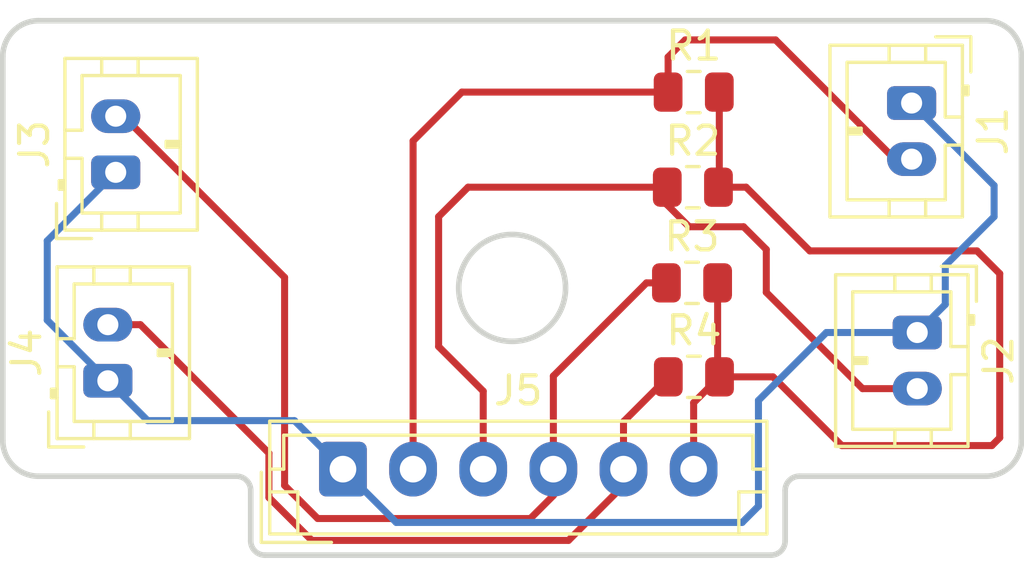
<source format=kicad_pcb>
(kicad_pcb (version 20211014) (generator pcbnew)
  (layers (0 "F.Cu" signal) (31 "B.Cu" signal) (34 "B.Paste" user) (35 "F.Paste" user) (36 "B.SilkS" user "B.Silkscreen") (37 "F.SilkS" user "F.Silkscreen") (38 "B.Mask" user) (39 "F.Mask" user) (44 "Edge.Cuts" user))
  (net 0 "")
  (net 1 "+5V")
  (net 2 "Net-(J1-Pad2)")
  (net 3 "2")
  (net 4 "3")
  (net 5 "4")
  (net 6 "GND")
  (footprint "Connector_JST:JST_PH_B2B-PH-K_1x02_P2.00mm_Vertical" (layer "F.Cu") (at 127.1 98.11 90)
    (fp_text reference "J3" (at 1 -2.9 90) (layer "F.SilkS"))
    (fp_text value "Conn_01x02")
    (fp_line (start -2.06 2.91) (end 4.06 2.91) (layer "F.SilkS") (width 0.12))
    (fp_line (start -2.06 -0.5) (end -1.45 -0.5) (layer "F.SilkS") (width 0.12))
    (fp_line (start 1.5 -1.2) (end 1.5 -1.81) (layer "F.SilkS") (width 0.12))
    (fp_line (start -0.3 -1.81) (end -0.3 -2.01) (layer "F.SilkS") (width 0.12))
    (fp_line (start -1.45 2.3) (end 3.45 2.3) (layer "F.SilkS") (width 0.12))
    (fp_line (start -0.3 -1.91) (end -0.6 -1.91) (layer "F.SilkS") (width 0.12))
    (fp_line (start -2.06 -1.81) (end -2.06 2.91) (layer "F.SilkS") (width 0.12))
    (fp_line (start 1.1 1.8) (end 1.1 2.3) (layer "F.SilkS") (width 0.12))
    (fp_line (start -1.11 -2.11) (end -2.36 -2.11) (layer "F.SilkS") (width 0.12))
    (fp_line (start 0.9 2.3) (end 0.9 1.8) (layer "F.SilkS") (width 0.12))
    (fp_line (start 4.06 -1.81) (end -2.06 -1.81) (layer "F.SilkS") (width 0.12))
    (fp_line (start -0.3 -2.01) (end -0.6 -2.01) (layer "F.SilkS") (width 0.12))
    (fp_line (start 0.5 -1.81) (end 0.5 -1.2) (layer "F.SilkS") (width 0.12))
    (fp_line (start 4.06 2.91) (end 4.06 -1.81) (layer "F.SilkS") (width 0.12))
    (fp_line (start 4.06 -0.5) (end 3.45 -0.5) (layer "F.SilkS") (width 0.12))
    (fp_line (start -0.6 -2.01) (end -0.6 -1.81) (layer "F.SilkS") (width 0.12))
    (fp_line (start 3.45 2.3) (end 3.45 -1.2) (layer "F.SilkS") (width 0.12))
    (fp_line (start 3.45 -1.2) (end 1.5 -1.2) (layer "F.SilkS") (width 0.12))
    (fp_line (start -1.45 -1.2) (end -1.45 2.3) (layer "F.SilkS") (width 0.12))
    (fp_line (start 1 2.3) (end 1 1.8) (layer "F.SilkS") (width 0.12))
    (fp_line (start 0.9 1.8) (end 1.1 1.8) (layer "F.SilkS") (width 0.12))
    (fp_line (start -2.36 -2.11) (end -2.36 -0.86) (layer "F.SilkS") (width 0.12))
    (fp_line (start 4.06 0.8) (end 3.45 0.8) (layer "F.SilkS") (width 0.12))
    (fp_line (start 0.5 -1.2) (end -1.45 -1.2) (layer "F.SilkS") (width 0.12))
    (fp_line (start -2.06 0.8) (end -1.45 0.8) (layer "F.SilkS") (width 0.12))
    (pad "1" thru_hole roundrect (at 0 0 90) (size 1.2 1.75) (drill 0.75) (layers *.Cu *.Mask) (roundrect_rratio 0.2083333333) (net 1 "+5V"))
    (pad "2" thru_hole oval (at 2 0 90) (size 1.2 1.75) (drill 0.75) (layers *.Cu *.Mask) (net 4 "3"))
  )
  (footprint "Connector_JST:JST_EH_B6B-EH-A_1x06_P2.50mm_Vertical" (layer "F.Cu") (at 135.2 108.69)
    (fp_text reference "J5" (at 6.25 -2.8) (layer "F.SilkS"))
    (fp_text value "Conn_01x06")
    (fp_line (start -2.61 2.31) (end 15.11 2.31) (layer "F.SilkS") (width 0.12))
    (fp_line (start 15.11 -1.71) (end -2.61 -1.71) (layer "F.SilkS") (width 0.12))
    (fp_line (start -1.61 0.81) (end -1.61 2.31) (layer "F.SilkS") (width 0.12))
    (fp_line (start -2.11 -1.21) (end 14.61 -1.21) (layer "F.SilkS") (width 0.12))
    (fp_line (start -2.91 2.61) (end -0.41 2.61) (layer "F.SilkS") (width 0.12))
    (fp_line (start 15.11 2.31) (end 15.11 -1.71) (layer "F.SilkS") (width 0.12))
    (fp_line (start -2.11 0) (end -2.11 -1.21) (layer "F.SilkS") (width 0.12))
    (fp_line (start 14.61 0) (end 15.11 0) (layer "F.SilkS") (width 0.12))
    (fp_line (start -2.61 0.81) (end -1.61 0.81) (layer "F.SilkS") (width 0.12))
    (fp_line (start 14.11 0.81) (end 14.11 2.31) (layer "F.SilkS") (width 0.12))
    (fp_line (start -2.61 -1.71) (end -2.61 2.31) (layer "F.SilkS") (width 0.12))
    (fp_line (start 14.61 -1.21) (end 14.61 0) (layer "F.SilkS") (width 0.12))
    (fp_line (start -2.91 0.11) (end -2.91 2.61) (layer "F.SilkS") (width 0.12))
    (fp_line (start -2.61 0) (end -2.11 0) (layer "F.SilkS") (width 0.12))
    (fp_line (start 15.11 0.81) (end 14.11 0.81) (layer "F.SilkS") (width 0.12))
    (pad "1" thru_hole roundrect (at 0 0) (size 1.7 1.95) (drill 0.95) (layers *.Cu *.Mask) (roundrect_rratio 0.1470588235) (net 1 "+5V"))
    (pad "2" thru_hole oval (at 2.5 0) (size 1.7 1.95) (drill 0.95) (layers *.Cu *.Mask) (net 2 "Net-(J1-Pad2)"))
    (pad "3" thru_hole oval (at 5 0) (size 1.7 1.95) (drill 0.95) (layers *.Cu *.Mask) (net 3 "2"))
    (pad "4" thru_hole oval (at 7.5 0) (size 1.7 1.95) (drill 0.95) (layers *.Cu *.Mask) (net 4 "3"))
    (pad "5" thru_hole oval (at 10 0) (size 1.7 1.95) (drill 0.95) (layers *.Cu *.Mask) (net 5 "4"))
    (pad "6" thru_hole oval (at 12.5 0) (size 1.7 1.95) (drill 0.95) (layers *.Cu *.Mask) (net 6 "GND"))
  )
  (footprint "Resistor_SMD:R_0805_2012Metric" (layer "F.Cu") (at 147.71 105.4)
    (fp_text reference "R4" (at 0 -1.65) (layer "F.SilkS"))
    (fp_text value "10k")
    (fp_line (start -0.227064 -0.735) (end 0.227064 -0.735) (layer "F.SilkS") (width 0.12))
    (fp_line (start -0.227064 0.735) (end 0.227064 0.735) (layer "F.SilkS") (width 0.12))
    (pad "1" smd roundrect (at -0.9125 0) (size 1.025 1.4) (layers "F.Cu" "F.Paste" "F.Mask") (roundrect_rratio 0.243902439) (net 5 "4"))
    (pad "2" smd roundrect (at 0.9125 0) (size 1.025 1.4) (layers "F.Cu" "F.Paste" "F.Mask") (roundrect_rratio 0.243902439) (net 6 "GND"))
  )
  (footprint "Connector_JST:JST_PH_B2B-PH-K_1x02_P2.00mm_Vertical" (layer "F.Cu") (at 155.47 95.64 -90)
    (fp_text reference "J1" (at 1 -2.9 90) (layer "F.SilkS"))
    (fp_text value "Conn_01x02")
    (fp_line (start -1.11 -2.11) (end -2.36 -2.11) (layer "F.SilkS") (width 0.12))
    (fp_line (start 4.06 -1.81) (end -2.06 -1.81) (layer "F.SilkS") (width 0.12))
    (fp_line (start -0.3 -1.91) (end -0.6 -1.91) (layer "F.SilkS") (width 0.12))
    (fp_line (start 0.5 -1.81) (end 0.5 -1.2) (layer "F.SilkS") (width 0.12))
    (fp_line (start -0.6 -2.01) (end -0.6 -1.81) (layer "F.SilkS") (width 0.12))
    (fp_line (start 1.5 -1.2) (end 1.5 -1.81) (layer "F.SilkS") (width 0.12))
    (fp_line (start 4.06 0.8) (end 3.45 0.8) (layer "F.SilkS") (width 0.12))
    (fp_line (start -1.45 -1.2) (end -1.45 2.3) (layer "F.SilkS") (width 0.12))
    (fp_line (start 1 2.3) (end 1 1.8) (layer "F.SilkS") (width 0.12))
    (fp_line (start -2.06 -1.81) (end -2.06 2.91) (layer "F.SilkS") (width 0.12))
    (fp_line (start -0.3 -2.01) (end -0.6 -2.01) (layer "F.SilkS") (width 0.12))
    (fp_line (start 0.9 1.8) (end 1.1 1.8) (layer "F.SilkS") (width 0.12))
    (fp_line (start -2.06 2.91) (end 4.06 2.91) (layer "F.SilkS") (width 0.12))
    (fp_line (start 4.06 -0.5) (end 3.45 -0.5) (layer "F.SilkS") (width 0.12))
    (fp_line (start 0.9 2.3) (end 0.9 1.8) (layer "F.SilkS") (width 0.12))
    (fp_line (start 4.06 2.91) (end 4.06 -1.81) (layer "F.SilkS") (width 0.12))
    (fp_line (start 0.5 -1.2) (end -1.45 -1.2) (layer "F.SilkS") (width 0.12))
    (fp_line (start 3.45 -1.2) (end 1.5 -1.2) (layer "F.SilkS") (width 0.12))
    (fp_line (start -1.45 2.3) (end 3.45 2.3) (layer "F.SilkS") (width 0.12))
    (fp_line (start -2.36 -2.11) (end -2.36 -0.86) (layer "F.SilkS") (width 0.12))
    (fp_line (start -0.3 -1.81) (end -0.3 -2.01) (layer "F.SilkS") (width 0.12))
    (fp_line (start 1.1 1.8) (end 1.1 2.3) (layer "F.SilkS") (width 0.12))
    (fp_line (start 3.45 2.3) (end 3.45 -1.2) (layer "F.SilkS") (width 0.12))
    (fp_line (start -2.06 -0.5) (end -1.45 -0.5) (layer "F.SilkS") (width 0.12))
    (fp_line (start -2.06 0.8) (end -1.45 0.8) (layer "F.SilkS") (width 0.12))
    (pad "1" thru_hole roundrect (at 0 0 270) (size 1.2 1.75) (drill 0.75) (layers *.Cu *.Mask) (roundrect_rratio 0.2083333333) (net 1 "+5V"))
    (pad "2" thru_hole oval (at 2 0 270) (size 1.2 1.75) (drill 0.75) (layers *.Cu *.Mask) (net 2 "Net-(J1-Pad2)"))
  )
  (footprint "Connector_JST:JST_PH_B2B-PH-K_1x02_P2.00mm_Vertical" (layer "F.Cu") (at 155.67 103.82 -90)
    (fp_text reference "J2" (at 1 -2.9 90) (layer "F.SilkS"))
    (fp_text value "Conn_01x02")
    (fp_line (start -2.06 -1.81) (end -2.06 2.91) (layer "F.SilkS") (width 0.12))
    (fp_line (start 4.06 -0.5) (end 3.45 -0.5) (layer "F.SilkS") (width 0.12))
    (fp_line (start 0.9 2.3) (end 0.9 1.8) (layer "F.SilkS") (width 0.12))
    (fp_line (start -0.6 -2.01) (end -0.6 -1.81) (layer "F.SilkS") (width 0.12))
    (fp_line (start 1.5 -1.2) (end 1.5 -1.81) (layer "F.SilkS") (width 0.12))
    (fp_line (start -0.3 -1.91) (end -0.6 -1.91) (layer "F.SilkS") (width 0.12))
    (fp_line (start 0.9 1.8) (end 1.1 1.8) (layer "F.SilkS") (width 0.12))
    (fp_line (start 0.5 -1.2) (end -1.45 -1.2) (layer "F.SilkS") (width 0.12))
    (fp_line (start 4.06 2.91) (end 4.06 -1.81) (layer "F.SilkS") (width 0.12))
    (fp_line (start -1.45 -1.2) (end -1.45 2.3) (layer "F.SilkS") (width 0.12))
    (fp_line (start -2.36 -2.11) (end -2.36 -0.86) (layer "F.SilkS") (width 0.12))
    (fp_line (start 3.45 2.3) (end 3.45 -1.2) (layer "F.SilkS") (width 0.12))
    (fp_line (start -2.06 -0.5) (end -1.45 -0.5) (layer "F.SilkS") (width 0.12))
    (fp_line (start -2.06 0.8) (end -1.45 0.8) (layer "F.SilkS") (width 0.12))
    (fp_line (start -0.3 -2.01) (end -0.6 -2.01) (layer "F.SilkS") (width 0.12))
    (fp_line (start 0.5 -1.81) (end 0.5 -1.2) (layer "F.SilkS") (width 0.12))
    (fp_line (start 4.06 -1.81) (end -2.06 -1.81) (layer "F.SilkS") (width 0.12))
    (fp_line (start -1.11 -2.11) (end -2.36 -2.11) (layer "F.SilkS") (width 0.12))
    (fp_line (start 1.1 1.8) (end 1.1 2.3) (layer "F.SilkS") (width 0.12))
    (fp_line (start 3.45 -1.2) (end 1.5 -1.2) (layer "F.SilkS") (width 0.12))
    (fp_line (start 4.06 0.8) (end 3.45 0.8) (layer "F.SilkS") (width 0.12))
    (fp_line (start 1 2.3) (end 1 1.8) (layer "F.SilkS") (width 0.12))
    (fp_line (start -1.45 2.3) (end 3.45 2.3) (layer "F.SilkS") (width 0.12))
    (fp_line (start -0.3 -1.81) (end -0.3 -2.01) (layer "F.SilkS") (width 0.12))
    (fp_line (start -2.06 2.91) (end 4.06 2.91) (layer "F.SilkS") (width 0.12))
    (pad "1" thru_hole roundrect (at 0 0 270) (size 1.2 1.75) (drill 0.75) (layers *.Cu *.Mask) (roundrect_rratio 0.2083333333) (net 1 "+5V"))
    (pad "2" thru_hole oval (at 2 0 270) (size 1.2 1.75) (drill 0.75) (layers *.Cu *.Mask) (net 3 "2"))
  )
  (footprint "Resistor_SMD:R_0805_2012Metric" (layer "F.Cu") (at 147.6725 98.64)
    (fp_text reference "R2" (at 0 -1.65) (layer "F.SilkS"))
    (fp_text value "10k")
    (fp_line (start -0.227064 -0.735) (end 0.227064 -0.735) (layer "F.SilkS") (width 0.12))
    (fp_line (start -0.227064 0.735) (end 0.227064 0.735) (layer "F.SilkS") (width 0.12))
    (pad "1" smd roundrect (at -0.9125 0) (size 1.025 1.4) (layers "F.Cu" "F.Paste" "F.Mask") (roundrect_rratio 0.243902439) (net 3 "2"))
    (pad "2" smd roundrect (at 0.9125 0) (size 1.025 1.4) (layers "F.Cu" "F.Paste" "F.Mask") (roundrect_rratio 0.243902439) (net 6 "GND"))
  )
  (footprint "Resistor_SMD:R_0805_2012Metric" (layer "F.Cu") (at 147.6425 102.05)
    (fp_text reference "R3" (at 0 -1.65) (layer "F.SilkS"))
    (fp_text value "10k")
    (fp_line (start -0.227064 0.735) (end 0.227064 0.735) (layer "F.SilkS") (width 0.12))
    (fp_line (start -0.227064 -0.735) (end 0.227064 -0.735) (layer "F.SilkS") (width 0.12))
    (pad "1" smd roundrect (at -0.9125 0) (size 1.025 1.4) (layers "F.Cu" "F.Paste" "F.Mask") (roundrect_rratio 0.243902439) (net 4 "3"))
    (pad "2" smd roundrect (at 0.9125 0) (size 1.025 1.4) (layers "F.Cu" "F.Paste" "F.Mask") (roundrect_rratio 0.243902439) (net 6 "GND"))
  )
  (footprint "Connector_JST:JST_PH_B2B-PH-K_1x02_P2.00mm_Vertical" (layer "F.Cu") (at 126.82 105.54 90)
    (fp_text reference "J4" (at 1 -2.9 90) (layer "F.SilkS"))
    (fp_text value "Conn_01x02")
    (fp_line (start -2.36 -2.11) (end -2.36 -0.86) (layer "F.SilkS") (width 0.12))
    (fp_line (start -1.11 -2.11) (end -2.36 -2.11) (layer "F.SilkS") (width 0.12))
    (fp_line (start 0.5 -1.2) (end -1.45 -1.2) (layer "F.SilkS") (width 0.12))
    (fp_line (start 1.1 1.8) (end 1.1 2.3) (layer "F.SilkS") (width 0.12))
    (fp_line (start -0.6 -2.01) (end -0.6 -1.81) (layer "F.SilkS") (width 0.12))
    (fp_line (start -0.3 -2.01) (end -0.6 -2.01) (layer "F.SilkS") (width 0.12))
    (fp_line (start -1.45 -1.2) (end -1.45 2.3) (layer "F.SilkS") (width 0.12))
    (fp_line (start 3.45 2.3) (end 3.45 -1.2) (layer "F.SilkS") (width 0.12))
    (fp_line (start 1 2.3) (end 1 1.8) (layer "F.SilkS") (width 0.12))
    (fp_line (start -1.45 2.3) (end 3.45 2.3) (layer "F.SilkS") (width 0.12))
    (fp_line (start 4.06 2.91) (end 4.06 -1.81) (layer "F.SilkS") (width 0.12))
    (fp_line (start 4.06 0.8) (end 3.45 0.8) (layer "F.SilkS") (width 0.12))
    (fp_line (start -2.06 -0.5) (end -1.45 -0.5) (layer "F.SilkS") (width 0.12))
    (fp_line (start -2.06 0.8) (end -1.45 0.8) (layer "F.SilkS") (width 0.12))
    (fp_line (start 4.06 -0.5) (end 3.45 -0.5) (layer "F.SilkS") (width 0.12))
    (fp_line (start 3.45 -1.2) (end 1.5 -1.2) (layer "F.SilkS") (width 0.12))
    (fp_line (start 0.9 1.8) (end 1.1 1.8) (layer "F.SilkS") (width 0.12))
    (fp_line (start -2.06 2.91) (end 4.06 2.91) (layer "F.SilkS") (width 0.12))
    (fp_line (start -2.06 -1.81) (end -2.06 2.91) (layer "F.SilkS") (width 0.12))
    (fp_line (start 4.06 -1.81) (end -2.06 -1.81) (layer "F.SilkS") (width 0.12))
    (fp_line (start -0.3 -1.81) (end -0.3 -2.01) (layer "F.SilkS") (width 0.12))
    (fp_line (start -0.3 -1.91) (end -0.6 -1.91) (layer "F.SilkS") (width 0.12))
    (fp_line (start 0.9 2.3) (end 0.9 1.8) (layer "F.SilkS") (width 0.12))
    (fp_line (start 1.5 -1.2) (end 1.5 -1.81) (layer "F.SilkS") (width 0.12))
    (fp_line (start 0.5 -1.81) (end 0.5 -1.2) (layer "F.SilkS") (width 0.12))
    (pad "1" thru_hole roundrect (at 0 0 90) (size 1.2 1.75) (drill 0.75) (layers *.Cu *.Mask) (roundrect_rratio 0.2083333333) (net 1 "+5V"))
    (pad "2" thru_hole oval (at 2 0 90) (size 1.2 1.75) (drill 0.75) (layers *.Cu *.Mask) (net 5 "4"))
  )
  (footprint "Resistor_SMD:R_0805_2012Metric" (layer "F.Cu") (at 147.7025 95.25)
    (fp_text reference "R1" (at 0 -1.65) (layer "F.SilkS"))
    (fp_text value "10k")
    (fp_line (start -0.227064 -0.735) (end 0.227064 -0.735) (layer "F.SilkS") (width 0.12))
    (fp_line (start -0.227064 0.735) (end 0.227064 0.735) (layer "F.SilkS") (width 0.12))
    (pad "1" smd roundrect (at -0.9125 0) (size 1.025 1.4) (layers "F.Cu" "F.Paste" "F.Mask") (roundrect_rratio 0.243902439) (net 2 "Net-(J1-Pad2)"))
    (pad "2" smd roundrect (at 0.9125 0) (size 1.025 1.4) (layers "F.Cu" "F.Paste" "F.Mask") (roundrect_rratio 0.243902439) (net 6 "GND"))
  )
  (gr_arc (start 150.962009 111.247) (mid 150.81322 111.606211) (end 150.454009 111.755) (layer "Edge.Cuts") (width 0.2))
  (gr_line (start 158.114319 92.705) (end 124.345681 92.705) (layer "Edge.Cuts") (width 0.2))
  (gr_line (start 151.470009 108.94117) (end 158.114319 108.94117) (layer "Edge.Cuts") (width 0.2))
  (gr_circle (center 141.23 102.23) (end 143.135 102.23) (layer "Edge.Cuts") (width 0.2) (fill none))
  (gr_arc (start 158.114319 92.705) (mid 159.012345 93.076974) (end 159.384319 93.975) (layer "Edge.Cuts") (width 0.2))
  (gr_line (start 150.962009 111.247) (end 150.962009 109.44917) (layer "Edge.Cuts") (width 0.2))
  (gr_arc (start 131.404009 108.94117) (mid 131.76322 109.089959) (end 131.912009 109.44917) (layer "Edge.Cuts") (width 0.2))
  (gr_line (start 132.420009 111.755) (end 150.454009 111.755) (layer "Edge.Cuts") (width 0.2))
  (gr_arc (start 123.075681 93.975) (mid 123.447655 93.076974) (end 124.345681 92.705) (layer "Edge.Cuts") (width 0.2))
  (gr_arc (start 159.384319 107.67117) (mid 159.012345 108.569196) (end 158.114319 108.94117) (layer "Edge.Cuts") (width 0.2))
  (gr_arc (start 150.962009 109.44917) (mid 151.110798 109.089959) (end 151.470009 108.94117) (layer "Edge.Cuts") (width 0.2))
  (gr_line (start 131.912009 109.44917) (end 131.912009 111.247) (layer "Edge.Cuts") (width 0.2))
  (gr_arc (start 124.345681 108.94117) (mid 123.447655 108.569196) (end 123.075681 107.67117) (layer "Edge.Cuts") (width 0.2))
  (gr_line (start 123.075681 93.975) (end 123.075681 107.67117) (layer "Edge.Cuts") (width 0.2))
  (gr_line (start 124.345681 108.94117) (end 131.404009 108.94117) (layer "Edge.Cuts") (width 0.2))
  (gr_arc (start 132.420009 111.755) (mid 132.060799 111.60621) (end 131.912009 111.247) (layer "Edge.Cuts") (width 0.2))
  (gr_line (start 159.384319 107.67117) (end 159.384319 93.975) (layer "Edge.Cuts") (width 0.2))
  (segment (start 124.66 103.38) (end 126.82 105.54) (width 0.25) (layer "B.Cu") (net 1))
  (segment (start 150.01 110.01) (end 150.01 106.24) (width 0.25) (layer "B.Cu") (net 1))
  (segment (start 128.24 106.96) (end 126.82 105.54) (width 0.25) (layer "B.Cu") (net 1))
  (segment (start 135.2 108.69) (end 133.47 106.96) (width 0.25) (layer "B.Cu") (net 1))
  (segment (start 152.43 103.82) (end 155.67 103.82) (width 0.25) (layer "B.Cu") (net 1))
  (segment (start 124.66 100.55) (end 124.66 103.38) (width 0.25) (layer "B.Cu") (net 1))
  (segment (start 135.2 108.69) (end 137.1 110.59) (width 0.25) (layer "B.Cu") (net 1))
  (segment (start 133.47 106.96) (end 128.24 106.96) (width 0.25) (layer "B.Cu") (net 1))
  (segment (start 158.41 99.69) (end 158.41 98.58) (width 0.25) (layer "B.Cu") (net 1))
  (segment (start 158.41 98.58) (end 155.47 95.64) (width 0.25) (layer "B.Cu") (net 1))
  (segment (start 137.1 110.59) (end 149.43 110.59) (width 0.25) (layer "B.Cu") (net 1))
  (segment (start 156.67 102.82) (end 156.67 101.43) (width 0.25) (layer "B.Cu") (net 1))
  (segment (start 150.01 106.24) (end 152.43 103.82) (width 0.25) (layer "B.Cu") (net 1))
  (segment (start 149.43 110.59) (end 150.01 110.01) (width 0.25) (layer "B.Cu") (net 1))
  (segment (start 156.67 101.43) (end 158.41 99.69) (width 0.25) (layer "B.Cu") (net 1))
  (segment (start 155.67 103.82) (end 156.67 102.82) (width 0.25) (layer "B.Cu") (net 1))
  (segment (start 127.1 98.11) (end 124.66 100.55) (width 0.25) (layer "B.Cu") (net 1))
  (segment (start 155.47 97.64) (end 154.87 97.64) (width 0.25) (layer "F.Cu") (net 2))
  (segment (start 147.4 93.39) (end 146.79 94) (width 0.25) (layer "F.Cu") (net 2))
  (segment (start 137.7 96.99) (end 139.44 95.25) (width 0.25) (layer "F.Cu") (net 2))
  (segment (start 139.44 95.25) (end 146.79 95.25) (width 0.25) (layer "F.Cu") (net 2))
  (segment (start 137.7 108.69) (end 137.7 96.99) (width 0.25) (layer "F.Cu") (net 2))
  (segment (start 154.87 97.64) (end 150.62 93.39) (width 0.25) (layer "F.Cu") (net 2))
  (segment (start 146.79 94) (end 146.79 95.25) (width 0.25) (layer "F.Cu") (net 2))
  (segment (start 150.62 93.39) (end 147.4 93.39) (width 0.25) (layer "F.Cu") (net 2))
  (segment (start 149.48 100.05) (end 147.54 100.05) (width 0.25) (layer "F.Cu") (net 3))
  (segment (start 155.67 105.82) (end 153.72 105.82) (width 0.25) (layer "F.Cu") (net 3))
  (segment (start 140.2 108.69) (end 140.2 105.91) (width 0.25) (layer "F.Cu") (net 3))
  (segment (start 139.66 98.64) (end 146.76 98.64) (width 0.25) (layer "F.Cu") (net 3))
  (segment (start 150.29 100.86) (end 149.48 100.05) (width 0.25) (layer "F.Cu") (net 3))
  (segment (start 153.72 105.82) (end 150.29 102.39) (width 0.25) (layer "F.Cu") (net 3))
  (segment (start 147.54 100.05) (end 146.76 99.27) (width 0.25) (layer "F.Cu") (net 3))
  (segment (start 140.2 105.91) (end 138.61 104.32) (width 0.25) (layer "F.Cu") (net 3))
  (segment (start 138.61 99.69) (end 139.66 98.64) (width 0.25) (layer "F.Cu") (net 3))
  (segment (start 150.29 102.39) (end 150.29 100.86) (width 0.25) (layer "F.Cu") (net 3))
  (segment (start 138.61 104.32) (end 138.61 99.69) (width 0.25) (layer "F.Cu") (net 3))
  (segment (start 146.76 99.27) (end 146.76 98.64) (width 0.25) (layer "F.Cu") (net 3))
  (segment (start 142.7 108.69) (end 142.7 105.37) (width 0.25) (layer "F.Cu") (net 4))
  (segment (start 142.7 105.37) (end 146.02 102.05) (width 0.25) (layer "F.Cu") (net 4))
  (segment (start 142.7 109.63) (end 142.7 108.69) (width 0.25) (layer "F.Cu") (net 4))
  (segment (start 146.02 102.05) (end 146.73 102.05) (width 0.25) (layer "F.Cu") (net 4))
  (segment (start 127.1 96.11) (end 127.375 96.11) (width 0.25) (layer "F.Cu") (net 4))
  (segment (start 141.88 110.45) (end 142.7 109.63) (width 0.25) (layer "F.Cu") (net 4))
  (segment (start 133.12 109.27) (end 134.3 110.45) (width 0.25) (layer "F.Cu") (net 4))
  (segment (start 127.375 96.11) (end 133.12 101.855) (width 0.25) (layer "F.Cu") (net 4))
  (segment (start 134.3 110.45) (end 141.88 110.45) (width 0.25) (layer "F.Cu") (net 4))
  (segment (start 133.12 101.855) (end 133.12 109.27) (width 0.25) (layer "F.Cu") (net 4))
  (segment (start 145.2 108.69) (end 145.2 106.9975) (width 0.25) (layer "F.Cu") (net 5))
  (segment (start 126.82 103.54) (end 127.98 103.54) (width 0.25) (layer "F.Cu") (net 5))
  (segment (start 132.56 108.12) (end 132.56 109.7) (width 0.25) (layer "F.Cu") (net 5))
  (segment (start 134.09 111.23) (end 143.24 111.23) (width 0.25) (layer "F.Cu") (net 5))
  (segment (start 145.2 106.9975) (end 146.7975 105.4) (width 0.25) (layer "F.Cu") (net 5))
  (segment (start 143.24 111.23) (end 145.2 109.27) (width 0.25) (layer "F.Cu") (net 5))
  (segment (start 127.98 103.54) (end 132.56 108.12) (width 0.25) (layer "F.Cu") (net 5))
  (segment (start 145.2 109.27) (end 145.2 108.69) (width 0.25) (layer "F.Cu") (net 5))
  (segment (start 132.56 109.7) (end 134.09 111.23) (width 0.25) (layer "F.Cu") (net 5))
  (segment (start 158.61 101.72) (end 158.61 107.57) (width 0.25) (layer "F.Cu") (net 6))
  (segment (start 148.585 98.64) (end 148.615 98.61) (width 0.25) (layer "F.Cu") (net 6))
  (segment (start 148.555 102.05) (end 148.555 105.3325) (width 0.25) (layer "F.Cu") (net 6))
  (segment (start 157.8 100.91) (end 158.61 101.72) (width 0.25) (layer "F.Cu") (net 6))
  (segment (start 149.57 98.64) (end 151.84 100.91) (width 0.25) (layer "F.Cu") (net 6))
  (segment (start 158.61 107.57) (end 158.33 107.85) (width 0.25) (layer "F.Cu") (net 6))
  (segment (start 150.53 105.4) (end 148.6225 105.4) (width 0.25) (layer "F.Cu") (net 6))
  (segment (start 148.585 98.64) (end 149.57 98.64) (width 0.25) (layer "F.Cu") (net 6))
  (segment (start 148.6225 105.4) (end 147.7 106.3225) (width 0.25) (layer "F.Cu") (net 6))
  (segment (start 148.615 98.61) (end 148.615 95.25) (width 0.25) (layer "F.Cu") (net 6))
  (segment (start 148.555 105.3325) (end 148.6225 105.4) (width 0.25) (layer "F.Cu") (net 6))
  (segment (start 152.98 107.85) (end 150.53 105.4) (width 0.25) (layer "F.Cu") (net 6))
  (segment (start 147.7 106.3225) (end 147.7 108.69) (width 0.25) (layer "F.Cu") (net 6))
  (segment (start 158.33 107.85) (end 152.98 107.85) (width 0.25) (layer "F.Cu") (net 6))
  (segment (start 151.84 100.91) (end 157.8 100.91) (width 0.25) (layer "F.Cu") (net 6))
)
</source>
